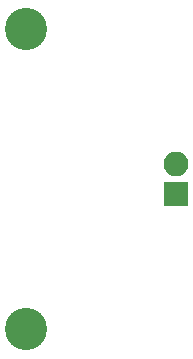
<source format=gbr>
G04 #@! TF.FileFunction,Soldermask,Bot*
%FSLAX46Y46*%
G04 Gerber Fmt 4.6, Leading zero omitted, Abs format (unit mm)*
G04 Created by KiCad (PCBNEW 4.0.7-e2-6376~58~ubuntu16.04.1) date Fri Jun  1 11:33:50 2018*
%MOMM*%
%LPD*%
G01*
G04 APERTURE LIST*
%ADD10C,0.100000*%
%ADD11R,2.100000X2.100000*%
%ADD12O,2.100000X2.100000*%
%ADD13C,3.575000*%
G04 APERTURE END LIST*
D10*
D11*
X63500000Y-52070000D03*
D12*
X63500000Y-49530000D03*
D13*
X50800000Y-38100000D03*
X50800000Y-63500000D03*
M02*

</source>
